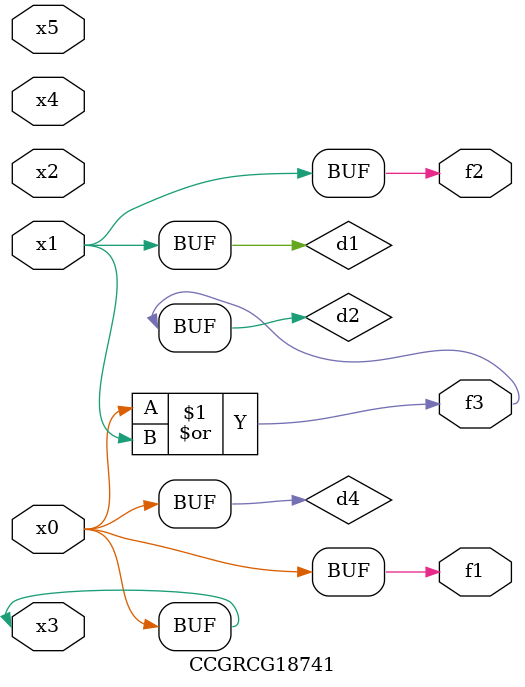
<source format=v>
module CCGRCG18741(
	input x0, x1, x2, x3, x4, x5,
	output f1, f2, f3
);

	wire d1, d2, d3, d4;

	and (d1, x1);
	or (d2, x0, x1);
	nand (d3, x0, x5);
	buf (d4, x0, x3);
	assign f1 = d4;
	assign f2 = d1;
	assign f3 = d2;
endmodule

</source>
